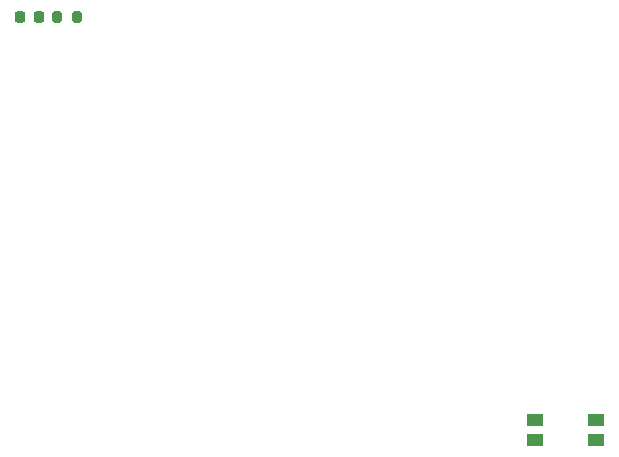
<source format=gbr>
%TF.GenerationSoftware,KiCad,Pcbnew,8.0.7*%
%TF.CreationDate,2025-01-23T23:10:58+01:00*%
%TF.ProjectId,scd30_esp,73636433-305f-4657-9370-2e6b69636164,rev?*%
%TF.SameCoordinates,Original*%
%TF.FileFunction,Paste,Bot*%
%TF.FilePolarity,Positive*%
%FSLAX46Y46*%
G04 Gerber Fmt 4.6, Leading zero omitted, Abs format (unit mm)*
G04 Created by KiCad (PCBNEW 8.0.7) date 2025-01-23 23:10:58*
%MOMM*%
%LPD*%
G01*
G04 APERTURE LIST*
G04 Aperture macros list*
%AMRoundRect*
0 Rectangle with rounded corners*
0 $1 Rounding radius*
0 $2 $3 $4 $5 $6 $7 $8 $9 X,Y pos of 4 corners*
0 Add a 4 corners polygon primitive as box body*
4,1,4,$2,$3,$4,$5,$6,$7,$8,$9,$2,$3,0*
0 Add four circle primitives for the rounded corners*
1,1,$1+$1,$2,$3*
1,1,$1+$1,$4,$5*
1,1,$1+$1,$6,$7*
1,1,$1+$1,$8,$9*
0 Add four rect primitives between the rounded corners*
20,1,$1+$1,$2,$3,$4,$5,0*
20,1,$1+$1,$4,$5,$6,$7,0*
20,1,$1+$1,$6,$7,$8,$9,0*
20,1,$1+$1,$8,$9,$2,$3,0*%
G04 Aperture macros list end*
%ADD10R,1.450000X1.000000*%
%ADD11RoundRect,0.200000X-0.200000X-0.275000X0.200000X-0.275000X0.200000X0.275000X-0.200000X0.275000X0*%
%ADD12RoundRect,0.218750X-0.218750X-0.256250X0.218750X-0.256250X0.218750X0.256250X-0.218750X0.256250X0*%
G04 APERTURE END LIST*
D10*
%TO.C,SW1*%
X160600000Y-113850000D03*
X155450000Y-113850000D03*
X160600000Y-115550000D03*
X155450000Y-115550000D03*
%TD*%
D11*
%TO.C,R17*%
X114975000Y-79700000D03*
X116625000Y-79700000D03*
%TD*%
D12*
%TO.C,D7*%
X111812500Y-79700000D03*
X113387500Y-79700000D03*
%TD*%
M02*

</source>
